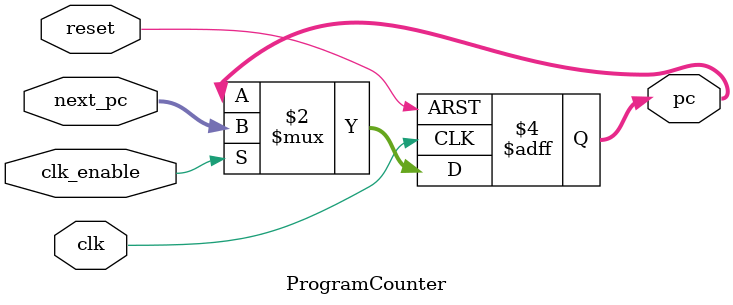
<source format=v>
module ProgramCounter (
    input clk,
    input clk_enable,
    input reset,
    input [31:0] next_pc,
    output reg [31:0] pc
);

    always @(posedge clk or posedge reset) begin
        if (reset) begin
            pc <= 32'b0;
        end else if (clk_enable) begin
            pc <= next_pc;
        end
    end
endmodule
</source>
